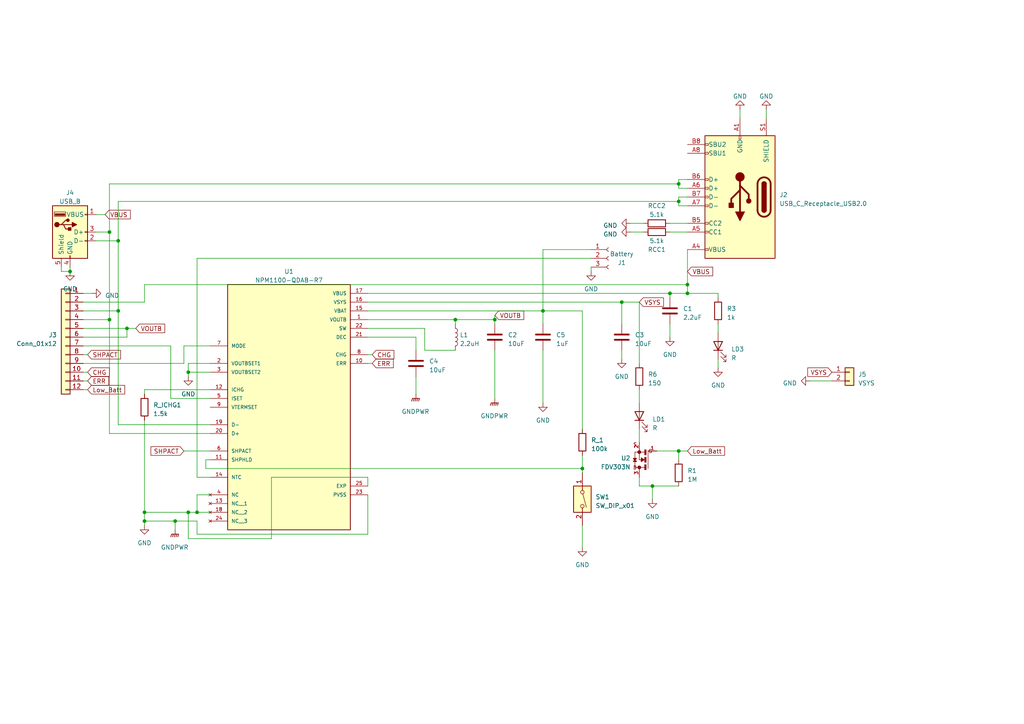
<source format=kicad_sch>
(kicad_sch (version 20230121) (generator eeschema)
  (paper "A4")
  (lib_symbols
    (symbol "Connector:Conn_01x03_Socket" (pin_names (offset 1.016) hide)
      (property "Reference" "J" (at 0 5.08 0))
      (property "Value" "Conn_01x03_Socket" (at 0 -5.08 0))
      (symbol "Conn_01x03_Socket_1_1"
        (arc (start 0 -2.032) (mid -0.5058 -2.54) (end 0 -3.048) (stroke (width 0.1524)))
        (polyline (pts (xy -1.27 -2.54) (xy -0.508 -2.54)) (stroke (width 0.1524)))
        (polyline (pts (xy -1.27 0) (xy -0.508 0)) (stroke (width 0.1524)))
        (polyline (pts (xy -1.27 2.54) (xy -0.508 2.54)) (stroke (width 0.1524)))
        (arc (start 0 0.508) (mid -0.5058 0) (end 0 -0.508) (stroke (width 0.1524)))
        (arc (start 0 3.048) (mid -0.5058 2.54) (end 0 2.032) (stroke (width 0.1524)))
        (pin passive line (at -5.08 2.54 0) (length 3.81) (name "Pin_1") (number "1"))
        (pin passive line (at -5.08 0 0) (length 3.81) (name "Pin_2") (number "2"))
        (pin passive line (at -5.08 -2.54 0) (length 3.81) (name "Pin_3") (number "3"))
      )
    )
    (symbol "Connector:USB_A" (pin_names (offset 1.016))
      (property "Reference" "J" (at -5.08 11.43 0))
      (property "Value" "USB_A" (at -5.08 8.89 0))
      (symbol "USB_A_0_1"
        (rectangle (start -5.08 -7.62) (end 5.08 7.62) (stroke (width 0.254)) (fill (type background)))
        (circle (center -3.81 2.159) (radius 0.635) (stroke (width 0.254)) (fill (type outline)))
        (rectangle (start -1.524 4.826) (end -4.318 5.334) (fill (type outline)))
        (rectangle (start -1.27 4.572) (end -4.572 5.842))
        (circle (center -0.635 3.429) (radius 0.381) (stroke (width 0.254)) (fill (type outline)))
        (rectangle (start -0.127 -7.62) (end 0.127 -6.858))
        (polyline (pts (xy -3.175 2.159) (xy -2.54 2.159) (xy -1.27 3.429) (xy -0.635 3.429)) (stroke (width 0.254)))
        (polyline (pts (xy -2.54 2.159) (xy -1.905 2.159) (xy -1.27 0.889) (xy 0 0.889)) (stroke (width 0.254)))
        (polyline (pts (xy 0.635 2.794) (xy 0.635 1.524) (xy 1.905 2.159) (xy 0.635 2.794)) (stroke (width 0.254)) (fill (type outline)))
        (rectangle (start 0.254 1.27) (end -0.508 0.508) (stroke (width 0.254)) (fill (type outline)))
        (rectangle (start 5.08 -2.667) (end 4.318 -2.413))
        (rectangle (start 5.08 -0.127) (end 4.318 0.127))
        (rectangle (start 5.08 4.953) (end 4.318 5.207))
      )
      (symbol "USB_A_1_1"
        (polyline (pts (xy -1.905 2.159) (xy 0.635 2.159)) (stroke (width 0.254)))
        (pin power_in line (at 7.62 5.08 180) (length 2.54) (name "VBUS") (number "1"))
        (pin bidirectional line (at 7.62 -2.54 180) (length 2.54) (name "D-") (number "2"))
        (pin bidirectional line (at 7.62 0 180) (length 2.54) (name "D+") (number "3"))
        (pin power_in line (at 0 -10.16 90) (length 2.54) (name "GND") (number "4"))
        (pin passive line (at -2.54 -10.16 90) (length 2.54) (name "Shield") (number "5"))
      )
    )
    (symbol "Connector:USB_C_Receptacle_USB2.0" (pin_names (offset 1.016))
      (property "Reference" "J" (at -10.16 19.05 0))
      (property "Value" "USB_C_Receptacle_USB2.0" (at 19.05 19.05 0))
      (symbol "USB_C_Receptacle_USB2.0_0_0"
        (rectangle (start -0.254 -17.78) (end 0.254 -16.764))
        (rectangle (start 10.16 -14.986) (end 9.144 -15.494))
        (rectangle (start 10.16 -12.446) (end 9.144 -12.954))
        (rectangle (start 10.16 -4.826) (end 9.144 -5.334))
        (rectangle (start 10.16 -2.286) (end 9.144 -2.794))
        (rectangle (start 10.16 0.254) (end 9.144 -0.254))
        (rectangle (start 10.16 2.794) (end 9.144 2.286))
        (rectangle (start 10.16 7.874) (end 9.144 7.366))
        (rectangle (start 10.16 10.414) (end 9.144 9.906))
        (rectangle (start 10.16 15.494) (end 9.144 14.986))
      )
      (symbol "USB_C_Receptacle_USB2.0_0_1"
        (rectangle (start -10.16 17.78) (end 10.16 -17.78) (stroke (width 0.254)) (fill (type background)))
        (arc (start -8.89 -3.81) (mid -6.985 -5.7067) (end -5.08 -3.81) (stroke (width 0.508)))
        (arc (start -7.62 -3.81) (mid -6.985 -4.4423) (end -6.35 -3.81) (stroke (width 0.254)))
        (arc (start -7.62 -3.81) (mid -6.985 -4.4423) (end -6.35 -3.81) (stroke (width 0.254)) (fill (type outline)))
        (rectangle (start -7.62 -3.81) (end -6.35 3.81) (stroke (width 0.254)) (fill (type outline)))
        (arc (start -6.35 3.81) (mid -6.985 4.4423) (end -7.62 3.81) (stroke (width 0.254)))
        (arc (start -6.35 3.81) (mid -6.985 4.4423) (end -7.62 3.81) (stroke (width 0.254)) (fill (type outline)))
        (arc (start -5.08 3.81) (mid -6.985 5.7067) (end -8.89 3.81) (stroke (width 0.508)))
        (circle (center -2.54 1.143) (radius 0.635) (stroke (width 0.254)) (fill (type outline)))
        (circle (center 0 -5.842) (radius 1.27) (fill (type outline)))
        (polyline (pts (xy -8.89 -3.81) (xy -8.89 3.81)) (stroke (width 0.508)))
        (polyline (pts (xy -5.08 3.81) (xy -5.08 -3.81)) (stroke (width 0.508)))
        (polyline (pts (xy 0 -5.842) (xy 0 4.318)) (stroke (width 0.508)))
        (polyline (pts (xy 0 -3.302) (xy -2.54 -0.762) (xy -2.54 0.508)) (stroke (width 0.508)))
        (polyline (pts (xy 0 -2.032) (xy 2.54 0.508) (xy 2.54 1.778)) (stroke (width 0.508)))
        (polyline (pts (xy -1.27 4.318) (xy 0 6.858) (xy 1.27 4.318) (xy -1.27 4.318)) (stroke (width 0.254)) (fill (type outline)))
        (rectangle (start 1.905 1.778) (end 3.175 3.048) (stroke (width 0.254)) (fill (type outline)))
      )
      (symbol "USB_C_Receptacle_USB2.0_1_1"
        (pin passive line (at 0 -22.86 90) (length 5.08) (name "GND") (number "A1"))
        (pin passive line (at 0 -22.86 90) (length 5.08) hide (name "GND") (number "A12"))
        (pin passive line (at 15.24 15.24 180) (length 5.08) (name "VBUS") (number "A4"))
        (pin bidirectional line (at 15.24 10.16 180) (length 5.08) (name "CC1") (number "A5"))
        (pin bidirectional line (at 15.24 -2.54 180) (length 5.08) (name "D+") (number "A6"))
        (pin bidirectional line (at 15.24 2.54 180) (length 5.08) (name "D-") (number "A7"))
        (pin bidirectional line (at 15.24 -12.7 180) (length 5.08) (name "SBU1") (number "A8"))
        (pin passive line (at 15.24 15.24 180) (length 5.08) hide (name "VBUS") (number "A9"))
        (pin passive line (at 0 -22.86 90) (length 5.08) hide (name "GND") (number "B1"))
        (pin passive line (at 0 -22.86 90) (length 5.08) hide (name "GND") (number "B12"))
        (pin passive line (at 15.24 15.24 180) (length 5.08) hide (name "VBUS") (number "B4"))
        (pin bidirectional line (at 15.24 7.62 180) (length 5.08) (name "CC2") (number "B5"))
        (pin bidirectional line (at 15.24 -5.08 180) (length 5.08) (name "D+") (number "B6"))
        (pin bidirectional line (at 15.24 0 180) (length 5.08) (name "D-") (number "B7"))
        (pin bidirectional line (at 15.24 -15.24 180) (length 5.08) (name "SBU2") (number "B8"))
        (pin passive line (at 15.24 15.24 180) (length 5.08) hide (name "VBUS") (number "B9"))
        (pin passive line (at -7.62 -22.86 90) (length 5.08) (name "SHIELD") (number "S1"))
      )
    )
    (symbol "Connector_Generic:Conn_01x02" (pin_names (offset 1.016) hide)
      (property "Reference" "J" (at 0 2.54 0))
      (property "Value" "Conn_01x02" (at 0 -5.08 0))
      (symbol "Conn_01x02_1_1"
        (rectangle (start -1.27 -2.413) (end 0 -2.667) (stroke (width 0.1524)))
        (rectangle (start -1.27 0.127) (end 0 -0.127) (stroke (width 0.1524)))
        (rectangle (start -1.27 1.27) (end 1.27 -3.81) (stroke (width 0.254)) (fill (type background)))
        (pin passive line (at -5.08 0 0) (length 3.81) (name "Pin_1") (number "1"))
        (pin passive line (at -5.08 -2.54 0) (length 3.81) (name "Pin_2") (number "2"))
      )
    )
    (symbol "Connector_Generic:Conn_01x12" (pin_names (offset 1.016) hide)
      (property "Reference" "J" (at 0 15.24 0))
      (property "Value" "Conn_01x12" (at 0 -17.78 0))
      (symbol "Conn_01x12_1_1"
        (rectangle (start -1.27 -15.113) (end 0 -15.367) (stroke (width 0.1524)))
        (rectangle (start -1.27 -12.573) (end 0 -12.827) (stroke (width 0.1524)))
        (rectangle (start -1.27 -10.033) (end 0 -10.287) (stroke (width 0.1524)))
        (rectangle (start -1.27 -7.493) (end 0 -7.747) (stroke (width 0.1524)))
        (rectangle (start -1.27 -4.953) (end 0 -5.207) (stroke (width 0.1524)))
        (rectangle (start -1.27 -2.413) (end 0 -2.667) (stroke (width 0.1524)))
        (rectangle (start -1.27 0.127) (end 0 -0.127) (stroke (width 0.1524)))
        (rectangle (start -1.27 2.667) (end 0 2.413) (stroke (width 0.1524)))
        (rectangle (start -1.27 5.207) (end 0 4.953) (stroke (width 0.1524)))
        (rectangle (start -1.27 7.747) (end 0 7.493) (stroke (width 0.1524)))
        (rectangle (start -1.27 10.287) (end 0 10.033) (stroke (width 0.1524)))
        (rectangle (start -1.27 12.827) (end 0 12.573) (stroke (width 0.1524)))
        (rectangle (start -1.27 13.97) (end 1.27 -16.51) (stroke (width 0.254)) (fill (type background)))
        (pin passive line (at -5.08 12.7 0) (length 3.81) (name "Pin_1") (number "1"))
        (pin passive line (at -5.08 -10.16 0) (length 3.81) (name "Pin_10") (number "10"))
        (pin passive line (at -5.08 -12.7 0) (length 3.81) (name "Pin_11") (number "11"))
        (pin passive line (at -5.08 -15.24 0) (length 3.81) (name "Pin_12") (number "12"))
        (pin passive line (at -5.08 10.16 0) (length 3.81) (name "Pin_2") (number "2"))
        (pin passive line (at -5.08 7.62 0) (length 3.81) (name "Pin_3") (number "3"))
        (pin passive line (at -5.08 5.08 0) (length 3.81) (name "Pin_4") (number "4"))
        (pin passive line (at -5.08 2.54 0) (length 3.81) (name "Pin_5") (number "5"))
        (pin passive line (at -5.08 0 0) (length 3.81) (name "Pin_6") (number "6"))
        (pin passive line (at -5.08 -2.54 0) (length 3.81) (name "Pin_7") (number "7"))
        (pin passive line (at -5.08 -5.08 0) (length 3.81) (name "Pin_8") (number "8"))
        (pin passive line (at -5.08 -7.62 0) (length 3.81) (name "Pin_9") (number "9"))
      )
    )
    (symbol "Device:C" (pin_numbers hide) (pin_names (offset 0.254))
      (property "Reference" "C" (at 0.635 2.54 0))
      (property "Value" "C" (at 0.635 -2.54 0))
      (symbol "C_0_1"
        (polyline (pts (xy -2.032 -0.762) (xy 2.032 -0.762)) (stroke (width 0.508)))
        (polyline (pts (xy -2.032 0.762) (xy 2.032 0.762)) (stroke (width 0.508)))
      )
      (symbol "C_1_1"
        (pin passive line (at 0 3.81 270) (length 2.794) (name "~") (number "1"))
        (pin passive line (at 0 -3.81 90) (length 2.794) (name "~") (number "2"))
      )
    )
    (symbol "Device:L" (pin_numbers hide) (pin_names (offset 1.016) hide)
      (property "Reference" "L" (at -1.27 0 90))
      (property "Value" "L" (at 1.905 0 90))
      (symbol "L_0_1"
        (arc (start 0 -2.54) (mid 0.6323 -1.905) (end 0 -1.27))
        (arc (start 0 -1.27) (mid 0.6323 -0.635) (end 0 0))
        (arc (start 0 0) (mid 0.6323 0.635) (end 0 1.27))
        (arc (start 0 1.27) (mid 0.6323 1.905) (end 0 2.54))
      )
      (symbol "L_1_1"
        (pin passive line (at 0 3.81 270) (length 1.27) (name "1") (number "1"))
        (pin passive line (at 0 -3.81 90) (length 1.27) (name "2") (number "2"))
      )
    )
    (symbol "Device:LED" (pin_numbers hide) (pin_names (offset 1.016) hide)
      (property "Reference" "D" (at 0 2.54 0))
      (property "Value" "LED" (at 0 -2.54 0))
      (symbol "LED_0_1"
        (polyline (pts (xy -1.27 -1.27) (xy -1.27 1.27)) (stroke (width 0.254)))
        (polyline (pts (xy -1.27 0) (xy 1.27 0)))
        (polyline (pts (xy 1.27 -1.27) (xy 1.27 1.27) (xy -1.27 0) (xy 1.27 -1.27)) (stroke (width 0.254)))
        (polyline (pts (xy -3.048 -0.762) (xy -4.572 -2.286) (xy -3.81 -2.286) (xy -4.572 -2.286) (xy -4.572 -1.524)))
        (polyline (pts (xy -1.778 -0.762) (xy -3.302 -2.286) (xy -2.54 -2.286) (xy -3.302 -2.286) (xy -3.302 -1.524)))
      )
      (symbol "LED_1_1"
        (pin passive line (at -3.81 0 0) (length 2.54) (name "K") (number "1"))
        (pin passive line (at 3.81 0 180) (length 2.54) (name "A") (number "2"))
      )
    )
    (symbol "Device:R" (pin_numbers hide) (pin_names (offset 0))
      (property "Reference" "R" (at 2.032 0 90))
      (property "Value" "R" (at 0 0 90))
      (symbol "R_0_1"
        (rectangle (start -1.016 -2.54) (end 1.016 2.54) (stroke (width 0.254)))
      )
      (symbol "R_1_1"
        (pin passive line (at 0 3.81 270) (length 1.27) (name "~") (number "1"))
        (pin passive line (at 0 -3.81 90) (length 1.27) (name "~") (number "2"))
      )
    )
    (symbol "FDV303:FDV303N" (pin_names (offset 1.016))
      (property "Reference" "U" (at 2.5442 0 0))
      (property "Value" "FDV303N" (at 2.5413 -2.5413 0))
      (symbol "FDV303N_0_0"
        (rectangle (start -2.0361 -0.7635) (end -1.524 0.762) (stroke (width 0.1)) (fill (type outline)))
        (rectangle (start -2.0333 -2.9229) (end -1.524 -1.397) (stroke (width 0.1)) (fill (type outline)))
        (rectangle (start -2.0327 1.3975) (end -1.524 2.921) (stroke (width 0.1)) (fill (type outline)))
        (circle (center 0 -2.2225) (radius 0.127) (stroke (width 0.4064)))
        (polyline (pts (xy -2.54 -2.54) (xy -2.54 2.54)) (stroke (width 0.1524)))
        (polyline (pts (xy -1.5875 -2.2225) (xy 0 -2.2225)) (stroke (width 0.1524)))
        (polyline (pts (xy -1.5875 2.2225) (xy 0 2.2225)) (stroke (width 0.1524)))
        (polyline (pts (xy -0.508 0) (xy 0 0)) (stroke (width 0.1524)))
        (polyline (pts (xy 0 -2.2225) (xy 0 -2.54)) (stroke (width 0.1524)))
        (polyline (pts (xy 0 0) (xy 0 -2.2225)) (stroke (width 0.1524)))
        (polyline (pts (xy 0 2.2225) (xy 1.27 2.2225)) (stroke (width 0.1524)))
        (polyline (pts (xy 0 2.54) (xy 0 2.2225)) (stroke (width 0.1524)))
        (polyline (pts (xy 1.27 -2.2225) (xy 0 -2.2225)) (stroke (width 0.1524)))
        (polyline (pts (xy 1.27 2.2225) (xy 1.27 -2.2225)) (stroke (width 0.1524)))
        (polyline (pts (xy -1.524 0) (xy -0.508 0.635) (xy -0.508 -0.635) (xy -1.524 0)) (stroke (width 0.1016)) (fill (type outline)))
        (polyline (pts (xy 1.27 0.3175) (xy 0.762 -0.4445) (xy 1.778 -0.4445) (xy 1.27 0.3175)) (stroke (width 0.1524)) (fill (type outline)))
        (circle (center 0 2.2225) (radius 0.127) (stroke (width 0.4064)))
        (rectangle (start 0.7631 0.318) (end 1.778 0.5715) (stroke (width 0.1)) (fill (type outline)))
        (text "D" (at 0.6352 2.8582 0) (effects (font (size 1.0163 1.0163)) (justify left bottom)))
        (text "G" (at -3.8125 -1.9063 0) (effects (font (size 1.0167 1.0167)) (justify left bottom)))
        (text "S" (at 0.6354 -3.8122 0) (effects (font (size 1.0166 1.0166)) (justify left bottom)))
        (pin passive line (at -5.08 -2.54 0) (length 2.54) (name "~") (number "1"))
        (pin passive line (at 0 -5.08 90) (length 2.54) (name "~") (number "2"))
        (pin passive line (at 0 5.08 270) (length 2.54) (name "~") (number "3"))
      )
    )
    (symbol "Switch:SW_DIP_x01" (pin_names (offset 0) hide)
      (property "Reference" "SW" (at 0 3.81 0))
      (property "Value" "SW_DIP_x01" (at 0 -3.81 0))
      (symbol "SW_DIP_x01_0_0"
        (circle (center -2.032 0) (radius 0.508))
        (polyline (pts (xy -1.524 0.127) (xy 2.3622 1.1684)))
        (circle (center 2.032 0) (radius 0.508))
      )
      (symbol "SW_DIP_x01_0_1"
        (rectangle (start -3.81 2.54) (end 3.81 -2.54) (stroke (width 0.254)) (fill (type background)))
      )
      (symbol "SW_DIP_x01_1_1"
        (pin passive line (at -7.62 0 0) (length 5.08) (name "~") (number "1"))
        (pin passive line (at 7.62 0 180) (length 5.08) (name "~") (number "2"))
      )
    )
    (symbol "nPM1100:NPM1100-QDAB-R7" (pin_names (offset 1.016))
      (property "Reference" "U" (at -17.78 35.56 0))
      (property "Value" "NPM1100-QDAB-R7" (at -17.78 -40.64 0))
      (symbol "NPM1100-QDAB-R7_0_0"
        (rectangle (start -17.78 -38.1) (end 17.78 33.02) (stroke (width 0.254)) (fill (type background)))
        (pin power_in line (at 22.86 22.86 180) (length 5.08) (name "VOUTB") (number "1"))
        (pin output line (at 22.86 10.16 180) (length 5.08) (name "ERR") (number "10"))
        (pin bidirectional line (at -22.86 -17.78 0) (length 5.08) (name "SHPHLD") (number "11"))
        (pin input line (at -22.86 2.54 0) (length 5.08) (name "ICHG") (number "12"))
        (pin no_connect line (at -22.86 -30.48 0) (length 5.08) (name "NC__1") (number "13"))
        (pin input line (at -22.86 -22.86 0) (length 5.08) (name "NTC") (number "14"))
        (pin power_in line (at 22.86 25.4 180) (length 5.08) (name "VBAT") (number "15"))
        (pin power_in line (at 22.86 27.94 180) (length 5.08) (name "VSYS") (number "16"))
        (pin power_in line (at 22.86 30.48 180) (length 5.08) (name "VBUS") (number "17"))
        (pin no_connect line (at -22.86 -33.02 0) (length 5.08) (name "NC__2") (number "18"))
        (pin input line (at -22.86 -7.62 0) (length 5.08) (name "D-") (number "19"))
        (pin bidirectional line (at -22.86 10.16 0) (length 5.08) (name "VOUTBSET1") (number "2"))
        (pin input line (at -22.86 -10.16 0) (length 5.08) (name "D+") (number "20"))
        (pin power_in line (at 22.86 17.78 180) (length 5.08) (name "DEC") (number "21"))
        (pin power_in line (at 22.86 20.32 180) (length 5.08) (name "SW") (number "22"))
        (pin power_in line (at 22.86 -27.94 180) (length 5.08) (name "PVSS") (number "23"))
        (pin no_connect line (at -22.86 -35.56 0) (length 5.08) (name "NC__3") (number "24"))
        (pin power_in line (at 22.86 -25.4 180) (length 5.08) (name "EXP") (number "25"))
        (pin bidirectional line (at -22.86 7.62 0) (length 5.08) (name "VOUTBSET2") (number "3"))
        (pin no_connect line (at -22.86 -27.94 0) (length 5.08) (name "NC") (number "4"))
        (pin bidirectional line (at -22.86 0 0) (length 5.08) (name "ISET") (number "5"))
        (pin bidirectional line (at -22.86 -15.24 0) (length 5.08) (name "SHPACT") (number "6"))
        (pin bidirectional line (at -22.86 15.24 0) (length 5.08) (name "MODE") (number "7"))
        (pin output line (at 22.86 12.7 180) (length 5.08) (name "CHG") (number "8"))
        (pin bidirectional line (at -22.86 -2.54 0) (length 5.08) (name "VTERMSET") (number "9"))
      )
    )
    (symbol "power:GND" (power) (pin_names (offset 0))
      (property "Value" "GND" (at 0 -3.81 0))
      (symbol "GND_0_1"
        (polyline (pts (xy 0 0) (xy 0 -1.27) (xy 1.27 -1.27) (xy 0 -2.54) (xy -1.27 -1.27) (xy 0 -1.27)))
      )
      (symbol "GND_1_1"
        (pin power_in line (at 0 0 270) (length 0) hide (name "GND") (number "1"))
      )
    )
    (symbol "power:GNDPWR" (power) (pin_names (offset 0))
      (property "Value" "GNDPWR" (at 0 -3.302 0))
      (symbol "GNDPWR_0_1"
        (polyline (pts (xy 0 -1.27) (xy 0 0)))
        (polyline (pts (xy -1.016 -1.27) (xy -1.27 -2.032) (xy -1.27 -2.032)) (stroke (width 0.2032)))
        (polyline (pts (xy -0.508 -1.27) (xy -0.762 -2.032) (xy -0.762 -2.032)) (stroke (width 0.2032)))
        (polyline (pts (xy 0 -1.27) (xy -0.254 -2.032) (xy -0.254 -2.032)) (stroke (width 0.2032)))
        (polyline (pts (xy 0.508 -1.27) (xy 0.254 -2.032) (xy 0.254 -2.032)) (stroke (width 0.2032)))
        (polyline (pts (xy 1.016 -1.27) (xy -1.016 -1.27) (xy -1.016 -1.27)) (stroke (width 0.2032)))
        (polyline (pts (xy 1.016 -1.27) (xy 0.762 -2.032) (xy 0.762 -2.032) (xy 0.762 -2.032)) (stroke (width 0.2032)))
      )
      (symbol "GNDPWR_1_1"
        (pin power_in line (at 0 0 270) (length 0) hide (name "GNDPWR") (number "1"))
      )
    )
  )
  (junction (at 36.83 95.25))
  (junction (at 34.29 90.17))
  (junction (at 189.23 140.97))
  (junction (at 57.15 148.59))
  (junction (at 41.91 148.59))
  (junction (at 157.48 90.17))
  (junction (at 54.61 148.59))
  (junction (at 20.32 78.74))
  (junction (at 41.91 151.13))
  (junction (at 194.31 85.09))
  (junction (at 50.8 151.13))
  (junction (at 180.34 87.63))
  (junction (at 199.39 85.09))
  (junction (at 54.61 107.95))
  (junction (at 196.85 58.42))
  (junction (at 31.75 92.71))
  (junction (at 196.85 130.81))
  (junction (at 199.39 82.55))
  (junction (at 31.75 67.31))
  (junction (at 196.85 53.34))
  (junction (at 132.08 92.71))
  (junction (at 34.29 69.85))
  (junction (at 143.51 92.71))
  (junction (at 168.91 135.89))
  (wire (pts (xy 208.28 93.98) (xy 208.28 96.52)))
  (wire (pts (xy 41.91 121.92) (xy 41.91 148.59)))
  (wire (pts (xy 196.85 54.61) (xy 196.85 53.34)))
  (wire (pts (xy 41.91 87.63) (xy 41.91 82.55)))
  (wire (pts (xy 208.28 104.14) (xy 208.28 106.68)))
  (wire (pts (xy 123.19 101.6) (xy 132.08 101.6)))
  (wire (pts (xy 24.13 87.63) (xy 41.91 87.63)))
  (wire (pts (xy 59.69 133.35) (xy 60.96 133.35)))
  (wire (pts (xy 143.51 93.98) (xy 143.51 92.71)))
  (wire (pts (xy 143.51 101.6) (xy 143.51 115.57)))
  (wire (pts (xy 196.85 130.81) (xy 196.85 133.35)))
  (wire (pts (xy 189.23 140.97) (xy 196.85 140.97)))
  (wire (pts (xy 20.32 77.47) (xy 20.32 78.74)))
  (wire (pts (xy 199.39 59.69) (xy 196.85 59.69)))
  (wire (pts (xy 24.13 95.25) (xy 36.83 95.25)))
  (wire (pts (xy 168.91 124.46) (xy 168.91 90.17)))
  (wire (pts (xy 168.91 152.4) (xy 168.91 158.75)))
  (wire (pts (xy 106.68 154.94) (xy 57.15 154.94)))
  (wire (pts (xy 60.96 125.73) (xy 31.75 125.73)))
  (wire (pts (xy 31.75 67.31) (xy 31.75 92.71)))
  (wire (pts (xy 41.91 151.13) (xy 50.8 151.13)))
  (wire (pts (xy 60.96 115.57) (xy 49.53 115.57)))
  (wire (pts (xy 123.19 95.25) (xy 123.19 101.6)))
  (wire (pts (xy 60.96 130.81) (xy 53.34 130.81)))
  (wire (pts (xy 27.94 69.85) (xy 34.29 69.85)))
  (wire (pts (xy 222.25 31.75) (xy 222.25 34.29)))
  (wire (pts (xy 78.74 156.21) (xy 54.61 156.21)))
  (wire (pts (xy 199.39 85.09) (xy 194.31 85.09)))
  (wire (pts (xy 31.75 125.73) (xy 31.75 92.71)))
  (wire (pts (xy 60.96 143.51) (xy 57.15 143.51)))
  (wire (pts (xy 132.08 92.71) (xy 143.51 92.71)))
  (wire (pts (xy 54.61 105.41) (xy 54.61 107.95)))
  (wire (pts (xy 24.13 100.33) (xy 49.53 100.33)))
  (wire (pts (xy 36.83 97.79) (xy 36.83 95.25)))
  (wire (pts (xy 41.91 113.03) (xy 60.96 113.03)))
  (wire (pts (xy 50.8 151.13) (xy 50.8 153.67)))
  (wire (pts (xy 185.42 140.97) (xy 185.42 138.43)))
  (wire (pts (xy 180.34 101.6) (xy 180.34 104.14)))
  (wire (pts (xy 57.15 151.13) (xy 50.8 151.13)))
  (wire (pts (xy 168.91 90.17) (xy 157.48 90.17)))
  (wire (pts (xy 60.96 100.33) (xy 53.34 100.33)))
  (wire (pts (xy 168.91 135.89) (xy 168.91 137.16)))
  (wire (pts (xy 106.68 87.63) (xy 180.34 87.63)))
  (wire (pts (xy 78.74 138.43) (xy 78.74 156.21)))
  (wire (pts (xy 59.69 133.35) (xy 59.69 135.89)))
  (wire (pts (xy 17.78 78.74) (xy 20.32 78.74)))
  (wire (pts (xy 132.08 92.71) (xy 132.08 93.98)))
  (wire (pts (xy 194.31 67.31) (xy 199.39 67.31)))
  (wire (pts (xy 49.53 100.33) (xy 49.53 115.57)))
  (wire (pts (xy 41.91 82.55) (xy 199.39 82.55)))
  (wire (pts (xy 106.68 85.09) (xy 194.31 85.09)))
  (wire (pts (xy 25.4 107.95) (xy 24.13 107.95)))
  (wire (pts (xy 57.15 138.43) (xy 60.96 138.43)))
  (wire (pts (xy 168.91 132.08) (xy 168.91 135.89)))
  (wire (pts (xy 27.94 67.31) (xy 31.75 67.31)))
  (wire (pts (xy 182.88 64.77) (xy 186.69 64.77)))
  (wire (pts (xy 120.65 101.6) (xy 120.65 97.79)))
  (wire (pts (xy 57.15 138.43) (xy 57.15 74.93)))
  (wire (pts (xy 120.65 97.79) (xy 106.68 97.79)))
  (wire (pts (xy 185.42 113.03) (xy 185.42 116.84)))
  (wire (pts (xy 106.68 95.25) (xy 123.19 95.25)))
  (wire (pts (xy 189.23 140.97) (xy 189.23 144.78)))
  (wire (pts (xy 34.29 90.17) (xy 34.29 123.19)))
  (wire (pts (xy 106.68 90.17) (xy 157.48 90.17)))
  (wire (pts (xy 106.68 92.71) (xy 132.08 92.71)))
  (wire (pts (xy 60.96 105.41) (xy 54.61 105.41)))
  (wire (pts (xy 171.45 72.39) (xy 157.48 72.39)))
  (wire (pts (xy 24.13 113.03) (xy 25.4 113.03)))
  (wire (pts (xy 180.34 87.63) (xy 185.42 87.63)))
  (wire (pts (xy 199.39 72.39) (xy 199.39 82.55)))
  (wire (pts (xy 106.68 138.43) (xy 78.74 138.43)))
  (wire (pts (xy 41.91 114.3) (xy 41.91 113.03)))
  (wire (pts (xy 199.39 85.09) (xy 208.28 85.09)))
  (wire (pts (xy 106.68 105.41) (xy 107.95 105.41)))
  (wire (pts (xy 196.85 59.69) (xy 196.85 58.42)))
  (wire (pts (xy 106.68 140.97) (xy 106.68 138.43)))
  (wire (pts (xy 60.96 123.19) (xy 34.29 123.19)))
  (wire (pts (xy 199.39 82.55) (xy 199.39 85.09)))
  (wire (pts (xy 171.45 77.47) (xy 171.45 78.74)))
  (wire (pts (xy 57.15 154.94) (xy 57.15 151.13)))
  (wire (pts (xy 106.68 143.51) (xy 106.68 154.94)))
  (wire (pts (xy 54.61 107.95) (xy 60.96 107.95)))
  (wire (pts (xy 24.13 97.79) (xy 36.83 97.79)))
  (wire (pts (xy 24.13 110.49) (xy 25.4 110.49)))
  (wire (pts (xy 54.61 156.21) (xy 54.61 148.59)))
  (wire (pts (xy 208.28 86.36) (xy 208.28 85.09)))
  (wire (pts (xy 57.15 143.51) (xy 57.15 148.59)))
  (wire (pts (xy 34.29 58.42) (xy 34.29 69.85)))
  (wire (pts (xy 194.31 85.09) (xy 194.31 86.36)))
  (wire (pts (xy 31.75 53.34) (xy 196.85 53.34)))
  (wire (pts (xy 106.68 102.87) (xy 107.95 102.87)))
  (wire (pts (xy 189.23 140.97) (xy 185.42 140.97)))
  (wire (pts (xy 24.13 102.87) (xy 25.4 102.87)))
  (wire (pts (xy 185.42 87.63) (xy 185.42 105.41)))
  (wire (pts (xy 196.85 52.07) (xy 196.85 53.34)))
  (wire (pts (xy 24.13 85.09) (xy 26.67 85.09)))
  (wire (pts (xy 157.48 90.17) (xy 157.48 93.98)))
  (wire (pts (xy 31.75 67.31) (xy 31.75 53.34)))
  (wire (pts (xy 234.95 110.49) (xy 241.3 110.49)))
  (wire (pts (xy 143.51 91.44) (xy 143.51 92.71)))
  (wire (pts (xy 199.39 52.07) (xy 196.85 52.07)))
  (wire (pts (xy 57.15 74.93) (xy 171.45 74.93)))
  (wire (pts (xy 24.13 105.41) (xy 53.34 105.41)))
  (wire (pts (xy 196.85 130.81) (xy 199.39 130.81)))
  (wire (pts (xy 24.13 92.71) (xy 31.75 92.71)))
  (wire (pts (xy 17.78 77.47) (xy 17.78 78.74)))
  (wire (pts (xy 57.15 148.59) (xy 60.96 148.59)))
  (wire (pts (xy 36.83 95.25) (xy 39.37 95.25)))
  (wire (pts (xy 54.61 148.59) (xy 57.15 148.59)))
  (wire (pts (xy 54.61 107.95) (xy 54.61 109.22)))
  (wire (pts (xy 190.5 130.81) (xy 196.85 130.81)))
  (wire (pts (xy 196.85 57.15) (xy 196.85 58.42)))
  (wire (pts (xy 59.69 135.89) (xy 168.91 135.89)))
  (wire (pts (xy 199.39 54.61) (xy 196.85 54.61)))
  (wire (pts (xy 157.48 101.6) (xy 157.48 116.84)))
  (wire (pts (xy 53.34 100.33) (xy 53.34 105.41)))
  (wire (pts (xy 194.31 93.98) (xy 194.31 97.79)))
  (wire (pts (xy 41.91 148.59) (xy 54.61 148.59)))
  (wire (pts (xy 34.29 69.85) (xy 34.29 90.17)))
  (wire (pts (xy 194.31 64.77) (xy 199.39 64.77)))
  (wire (pts (xy 41.91 151.13) (xy 41.91 152.4)))
  (wire (pts (xy 27.94 62.23) (xy 30.48 62.23)))
  (wire (pts (xy 34.29 58.42) (xy 196.85 58.42)))
  (wire (pts (xy 157.48 72.39) (xy 157.48 90.17)))
  (wire (pts (xy 24.13 90.17) (xy 34.29 90.17)))
  (wire (pts (xy 182.88 67.31) (xy 186.69 67.31)))
  (wire (pts (xy 214.63 31.75) (xy 214.63 34.29)))
  (wire (pts (xy 199.39 57.15) (xy 196.85 57.15)))
  (wire (pts (xy 120.65 109.22) (xy 120.65 114.3)))
  (wire (pts (xy 41.91 148.59) (xy 41.91 151.13)))
  (wire (pts (xy 180.34 87.63) (xy 180.34 93.98)))
  (wire (pts (xy 185.42 124.46) (xy 185.42 128.27)))
  (global_label "SHPACT" (shape input) (at 53.34 130.81 180) (property "Intersheetrefs" "${INTERSHEET_REFS}" (effects hide)))
  (global_label "VBUS" (shape input) (at 199.39 78.74 0) (property "Intersheetrefs" "${INTERSHEET_REFS}" (effects hide)))
  (global_label "Low_Batt" (shape input) (at 25.4 113.03 0) (property "Intersheetrefs" "${INTERSHEET_REFS}" (effects hide)))
  (global_label "VSYS" (shape input) (at 241.3 107.95 180) (property "Intersheetrefs" "${INTERSHEET_REFS}" (effects hide)))
  (global_label "VOUTB" (shape input) (at 39.37 95.25 0) (property "Intersheetrefs" "${INTERSHEET_REFS}" (effects hide)))
  (global_label "ERR" (shape input) (at 107.95 105.41 0) (property "Intersheetrefs" "${INTERSHEET_REFS}" (effects hide)))
  (global_label "ERR" (shape input) (at 25.4 110.49 0) (property "Intersheetrefs" "${INTERSHEET_REFS}" (effects hide)))
  (global_label "CHG" (shape input) (at 107.95 102.87 0) (property "Intersheetrefs" "${INTERSHEET_REFS}" (effects hide)))
  (global_label "VOUTB" (shape input) (at 143.51 91.44 0) (property "Intersheetrefs" "${INTERSHEET_REFS}" (effects hide)))
  (global_label "Low_Batt" (shape input) (at 199.39 130.81 0) (property "Intersheetrefs" "${INTERSHEET_REFS}" (effects hide)))
  (global_label "VBUS" (shape input) (at 30.48 62.23 0) (property "Intersheetrefs" "${INTERSHEET_REFS}" (effects hide)))
  (global_label "SHPACT" (shape input) (at 25.4 102.87 0) (property "Intersheetrefs" "${INTERSHEET_REFS}" (effects hide)))
  (global_label "CHG" (shape input) (at 25.4 107.95 0) (property "Intersheetrefs" "${INTERSHEET_REFS}" (effects hide)))
  (global_label "VSYS" (shape input) (at 185.42 87.63 0) (property "Intersheetrefs" "${INTERSHEET_REFS}" (effects hide)))
  (symbol (lib_id "power:GND") (at 168.91 158.75 0) (unit 1)
    (property "Reference" "#PWR011" (effects hide))
    (property "Value" "GND" (at 168.91 163.83 0))
  )
  (symbol (lib_id "Device:R") (at 208.28 90.17 0) (unit 1)
    (property "Reference" "R3" (at 210.82 89.535 0) (effects (justify left)))
    (property "Value" "1k" (at 210.82 92.075 0) (effects (justify left)))
    (property "Footprint" "Resistor_SMD:R_0201_0603Metric" (effects hide))
  )
  (symbol (lib_id "nPM1100:NPM1100-QDAB-R7") (at 83.82 115.57 0) (unit 1)
    (property "Reference" "U1" (at 83.82 78.74 0))
    (property "Value" "NPM1100-QDAB-R7" (at 83.82 81.28 0))
    (property "Footprint" "TESIS:QFN50P400X400X90-25N" (effects hide))
    (property "MF" "Nordic Semiconductor ASA" (effects hide))
    (property "MAXIMUM_PACKAGE_HEIGHT" "0.90mm" (effects hide))
    (property "Package" "None" (effects hide))
    (property "Price" "None" (effects hide))
    (property "Check_prices" "https://www.snapeda.com/parts/NPM1100-QDAB-R7/Nordic+Power/view-part/?ref=eda" (effects hide))
    (property "STANDARD" "IPC-7351B" (effects hide))
    (property "PARTREV" "1.3" (effects hide))
    (property "SnapEDA_Link" "https://www.snapeda.com/parts/NPM1100-QDAB-R7/Nordic+Power/view-part/?ref=snap" (effects hide))
    (property "MP" "NPM1100-QDAB-R7" (effects hide))
    (property "Description" "\n                        \n                            Battery Power Management IC Lithium Ion/Polymer 24-QFN (4x4)\n                        \n" (effects hide))
    (property "MANUFACTURER" "Nordic Semiconductor" (effects hide))
    (property "Availability" "In Stock" (effects hide))
    (property "SNAPEDA_PN" "NPM1100-QDAB-R7" (effects hide))
  )
  (symbol (lib_id "Device:R") (at 41.91 118.11 0) (unit 1)
    (property "Reference" "R_ICHG1" (at 44.45 117.475 0) (effects (justify left)))
    (property "Value" "1.5k" (at 44.45 120.015 0) (effects (justify left)))
    (property "Footprint" "Resistor_SMD:R_0201_0603Metric" (effects hide))
  )
  (symbol (lib_id "Device:L") (at 132.08 97.79 0) (unit 1)
    (property "Reference" "L1" (at 133.35 97.155 0) (effects (justify left)))
    (property "Value" "2.2uH" (at 133.35 99.695 0) (effects (justify left)))
    (property "Footprint" "Inductor_SMD:L_0805_2012Metric" (effects hide))
  )
  (symbol (lib_id "Connector:USB_C_Receptacle_USB2.0") (at 214.63 57.15 180) (unit 1)
    (property "Reference" "J2" (at 226.06 56.515 0) (effects (justify right)))
    (property "Value" "USB_C_Receptacle_USB2.0" (at 226.06 59.055 0) (effects (justify right)))
    (property "Footprint" "Connector_USB:USB_C_Receptacle_Palconn_UTC16-G" (effects hide))
    (property "Datasheet" "https://www.usb.org/sites/default/files/documents/usb_type-c.zip" (effects hide))
  )
  (symbol (lib_id "power:GND") (at 194.31 97.79 0) (unit 1)
    (property "Reference" "#PWR01" (effects hide))
    (property "Value" "GND" (at 194.31 102.87 0))
  )
  (symbol (lib_id "power:GNDPWR") (at 50.8 153.67 0) (unit 1)
    (property "Reference" "#PWR08" (effects hide))
    (property "Value" "GNDPWR" (at 50.673 158.75 0))
  )
  (symbol (lib_id "power:GND") (at 54.61 109.22 0) (unit 1)
    (property "Reference" "#PWR016" (effects hide))
    (property "Value" "GND" (at 54.61 114.3 0))
  )
  (symbol (lib_id "Device:C") (at 194.31 90.17 0) (unit 1)
    (property "Reference" "C1" (at 198.12 89.535 0) (effects (justify left)))
    (property "Value" "2.2uF" (at 198.12 92.075 0) (effects (justify left)))
    (property "Footprint" "Capacitor_SMD:C_0603_1608Metric" (effects hide))
  )
  (symbol (lib_id "power:GND") (at 222.25 31.75 180) (unit 1)
    (property "Reference" "#PWR014" (effects hide))
    (property "Value" "GND" (at 222.25 27.94 0))
  )
  (symbol (lib_id "Device:R") (at 190.5 67.31 90) (unit 1)
    (property "Reference" "RCC1" (at 190.5 72.39 90))
    (property "Value" "5.1k" (at 190.5 69.85 90))
    (property "Footprint" "Resistor_SMD:R_0201_0603Metric" (effects hide))
  )
  (symbol (lib_id "power:GND") (at 214.63 31.75 180) (unit 1)
    (property "Reference" "#PWR013" (effects hide))
    (property "Value" "GND" (at 214.63 27.94 0))
  )
  (symbol (lib_id "Device:R") (at 190.5 64.77 90) (unit 1)
    (property "Reference" "RCC2" (at 190.5 59.69 90))
    (property "Value" "5.1k" (at 190.5 62.23 90))
    (property "Footprint" "Resistor_SMD:R_0201_0603Metric" (effects hide))
  )
  (symbol (lib_id "power:GND") (at 234.95 110.49 270) (unit 1)
    (property "Reference" "#PWR019" (effects hide))
    (property "Value" "GND" (at 231.14 111.125 90) (effects (justify right)))
  )
  (symbol (lib_id "power:GNDPWR") (at 120.65 114.3 0) (unit 1)
    (property "Reference" "#PWR02" (effects hide))
    (property "Value" "GNDPWR" (at 120.523 119.38 0))
  )
  (symbol (lib_id "Device:LED") (at 185.42 120.65 90) (unit 1)
    (property "Reference" "LD1" (at 189.23 121.6025 90) (effects (justify right)))
    (property "Value" "R" (at 189.23 124.1425 90) (effects (justify right)))
    (property "Footprint" "LED_SMD:LED_0201_0603Metric" (effects hide))
  )
  (symbol (lib_id "power:GND") (at 26.67 85.09 90) (unit 1)
    (property "Reference" "#PWR017" (effects hide))
    (property "Value" "GND" (at 30.48 85.725 90) (effects (justify right)))
  )
  (symbol (lib_id "Switch:SW_DIP_x01") (at 168.91 144.78 270) (unit 1)
    (property "Reference" "SW1" (at 172.72 144.145 90) (effects (justify left)))
    (property "Value" "SW_DIP_x01" (at 172.72 146.685 90) (effects (justify left)))
    (property "Footprint" "TESIS:SW_B3U-1000P" (effects hide))
  )
  (symbol (lib_id "Device:R") (at 168.91 128.27 0) (unit 1)
    (property "Reference" "R_1" (at 171.45 127.635 0) (effects (justify left)))
    (property "Value" "100k" (at 171.45 130.175 0) (effects (justify left)))
    (property "Footprint" "Resistor_SMD:R_0201_0603Metric" (effects hide))
  )
  (symbol (lib_id "Connector_Generic:Conn_01x02") (at 246.38 107.95 0) (unit 1)
    (property "Reference" "J5" (at 248.92 108.585 0) (effects (justify left)))
    (property "Value" "VSYS" (at 248.92 111.125 0) (effects (justify left)))
    (property "Footprint" "Connector_PinHeader_2.54mm:PinHeader_1x02_P2.54mm_Vertical" (effects hide))
  )
  (symbol (lib_id "Connector_Generic:Conn_01x12") (at 19.05 97.79 0) (mirror y) (unit 1)
    (property "Reference" "J3" (at 16.51 97.155 0) (effects (justify left)))
    (property "Value" "Conn_01x12" (at 16.51 99.695 0) (effects (justify left)))
    (property "Footprint" "Connector_PinHeader_2.54mm:PinHeader_1x12_P2.54mm_Vertical" (effects hide))
  )
  (symbol (lib_id "Connector:USB_A") (at 20.32 67.31 0) (unit 1)
    (property "Reference" "J4" (at 20.32 55.88 0))
    (property "Value" "USB_B" (at 20.32 58.42 0))
    (property "Footprint" "Connector_USB:USB_A_TE_292303-7_Horizontal" (effects hide))
    (property "Datasheet" " ~" (effects hide))
  )
  (symbol (lib_id "Connector:Conn_01x03_Socket") (at 176.53 74.93 0) (unit 1)
    (property "Reference" "J1" (at 180.34 76.2 0))
    (property "Value" "Battery" (at 180.34 73.66 0))
    (property "Footprint" "Connector_JST:JST_XH_B3B-XH-A_1x03_P2.50mm_Vertical" (effects hide))
  )
  (symbol (lib_id "Device:C") (at 157.48 97.79 0) (unit 1)
    (property "Reference" "C5" (at 161.29 97.155 0) (effects (justify left)))
    (property "Value" "1uF" (at 161.29 99.695 0) (effects (justify left)))
    (property "Footprint" "Capacitor_SMD:C_0603_1608Metric" (effects hide))
  )
  (symbol (lib_id "power:GND") (at 182.88 64.77 270) (unit 1)
    (property "Reference" "#PWR012" (effects hide))
    (property "Value" "GND" (at 179.07 65.405 90) (effects (justify right)))
  )
  (symbol (lib_id "power:GND") (at 189.23 144.78 0) (unit 1)
    (property "Reference" "#PWR010" (effects hide))
    (property "Value" "GND" (at 189.23 149.86 0))
  )
  (symbol (lib_id "Device:LED") (at 208.28 100.33 90) (unit 1)
    (property "Reference" "LD3" (at 212.09 101.2825 90) (effects (justify right)))
    (property "Value" "R" (at 212.09 103.8225 90) (effects (justify right)))
    (property "Footprint" "LED_SMD:LED_0201_0603Metric" (effects hide))
  )
  (symbol (lib_id "power:GND") (at 208.28 106.68 0) (unit 1)
    (property "Reference" "#PWR03" (effects hide))
    (property "Value" "GND" (at 208.28 111.76 0))
  )
  (symbol (lib_id "power:GND") (at 41.91 152.4 0) (unit 1)
    (property "Reference" "#PWR07" (effects hide))
    (property "Value" "GND" (at 41.91 157.48 0))
  )
  (symbol (lib_id "power:GND") (at 182.88 67.31 270) (unit 1)
    (property "Reference" "#PWR015" (effects hide))
    (property "Value" "GND" (at 179.07 67.945 90) (effects (justify right)))
  )
  (symbol (lib_id "Device:R") (at 185.42 109.22 0) (unit 1)
    (property "Reference" "R6" (at 187.96 108.585 0) (effects (justify left)))
    (property "Value" "150" (at 187.96 111.125 0) (effects (justify left)))
    (property "Footprint" "Resistor_SMD:R_0201_0603Metric" (effects hide))
  )
  (symbol (lib_id "Device:R") (at 196.85 137.16 0) (unit 1)
    (property "Reference" "R1" (at 199.39 136.525 0) (effects (justify left)))
    (property "Value" "1M" (at 199.39 139.065 0) (effects (justify left)))
    (property "Footprint" "Resistor_SMD:R_0201_0603Metric" (effects hide))
  )
  (symbol (lib_id "power:GND") (at 20.32 78.74 0) (unit 1)
    (property "Reference" "#PWR018" (effects hide))
    (property "Value" "GND" (at 20.32 83.82 0))
  )
  (symbol (lib_id "power:GND") (at 157.48 116.84 0) (unit 1)
    (property "Reference" "#PWR06" (effects hide))
    (property "Value" "GND" (at 157.48 121.92 0))
  )
  (symbol (lib_id "FDV303:FDV303N") (at 185.42 133.35 180) (unit 1)
    (property "Reference" "U2" (at 182.88 132.9049 0) (effects (justify left)))
    (property "Value" "FDV303N" (at 182.88 135.4449 0) (effects (justify left)))
    (property "Footprint" "TESIS:SOT23" (effects hide))
    (property "MF" "ON Semiconductor" (effects hide))
    (property "Description" "\n                        \n                            N-Channel 25 V 680mA (Ta) 350mW (Ta) Surface Mount SOT-23-3\n                        \n" (effects hide))
    (property "Package" "SOT-23-3 ON Semiconductor" (effects hide))
    (property "Price" "None" (effects hide))
    (property "SnapEDA_Link" "https://www.snapeda.com/parts/FDV303N/Onsemi/view-part/?ref=snap" (effects hide))
    (property "MP" "FDV303N" (effects hide))
    (property "Availability" "In Stock" (effects hide))
    (property "Check_prices" "https://www.snapeda.com/parts/FDV303N/Onsemi/view-part/?ref=eda" (effects hide))
  )
  (symbol (lib_id "power:GND") (at 180.34 104.14 0) (unit 1)
    (property "Reference" "#PWR04" (effects hide))
    (property "Value" "GND" (at 180.34 109.22 0))
  )
  (symbol (lib_id "Device:C") (at 143.51 97.79 0) (unit 1)
    (property "Reference" "C2" (at 147.32 97.155 0) (effects (justify left)))
    (property "Value" "10uF" (at 147.32 99.695 0) (effects (justify left)))
    (property "Footprint" "Capacitor_SMD:C_0603_1608Metric" (effects hide))
  )
  (symbol (lib_id "Device:C") (at 180.34 97.79 0) (unit 1)
    (property "Reference" "C3" (at 184.15 97.155 0) (effects (justify left)))
    (property "Value" "10uF" (at 184.15 99.695 0) (effects (justify left)))
    (property "Footprint" "Capacitor_SMD:C_0603_1608Metric" (effects hide))
  )
  (symbol (lib_id "Device:C") (at 120.65 105.41 0) (unit 1)
    (property "Reference" "C4" (at 124.46 104.775 0) (effects (justify left)))
    (property "Value" "10uF" (at 124.46 107.315 0) (effects (justify left)))
    (property "Footprint" "Capacitor_SMD:C_0603_1608Metric" (effects hide))
  )
  (symbol (lib_id "power:GNDPWR") (at 143.51 115.57 0) (unit 1)
    (property "Reference" "#PWR05" (effects hide))
    (property "Value" "GNDPWR" (at 143.383 120.65 0))
  )
  (symbol (lib_id "power:GND") (at 171.45 78.74 0) (unit 1)
    (property "Reference" "#PWR09" (effects hide))
    (property "Value" "GND" (at 171.45 83.82 0))
  )
)
</source>
